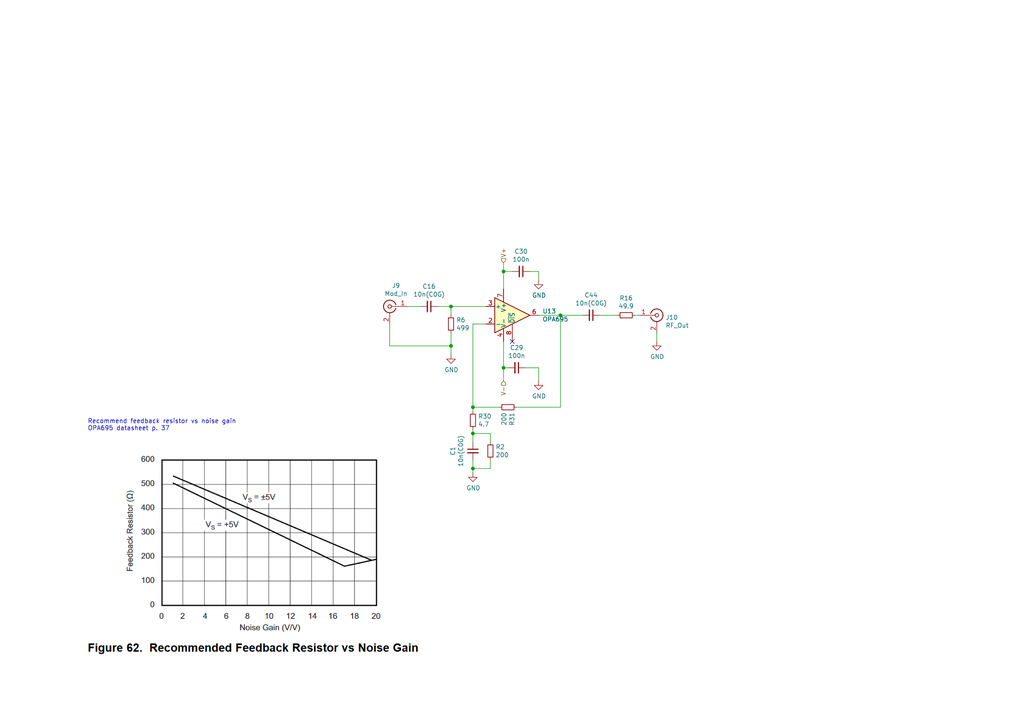
<source format=kicad_sch>
(kicad_sch (version 20230121) (generator eeschema)
  (paper "A4")
  (title_block (title "PDH Module") (date "2023-11-05") (rev "1.1.3") (company "Atoms-Photon-Quanta, Institut für Angewandte Physik, TU Darmstadt") (comment 1 "Tilman Preuschoff"))
  (lib_symbols
    (symbol "Amplifier_Operational:OPA890xD" (pin_names (offset 0.127))
      (property "Reference" "U" (at -1.27 6.35 0))
      (property "Value" "OPA890xD" (at -1.27 3.81 0))
      (symbol "OPA890xD_0_1"
        (polyline (pts (xy -5.08 5.08) (xy 5.08 0) (xy -5.08 -5.08) (xy -5.08 5.08)) (stroke (width 0.254)) (fill (type background)))
        (pin power_in line (at -2.54 -7.62 90) (length 3.81) (name "V-") (number "4"))
        (pin power_in line (at -2.54 7.62 270) (length 3.81) (name "V+") (number "7"))
      )
      (symbol "OPA890xD_1_1"
        (pin no_connect line (at -5.08 5.08 270) (length 2.54) hide (name "NC") (number "1"))
        (pin input line (at -7.62 -2.54 0) (length 2.54) (name "-") (number "2"))
        (pin input line (at -7.62 2.54 0) (length 2.54) (name "+") (number "3"))
        (pin no_connect line (at -5.08 -5.08 90) (length 3.81) hide (name "NC") (number "5"))
        (pin output line (at 7.62 0 180) (length 2.54) (name "~") (number "6"))
        (pin input line (at 0 -7.62 90) (length 5.08) (name "~{DIS}") (number "8"))
      )
    )
    (symbol "Connector:Conn_Coaxial" (pin_names (offset 1.016) hide)
      (property "Reference" "J" (at 0.254 3.048 0))
      (property "Value" "Conn_Coaxial" (at 2.921 0 90))
      (symbol "Conn_Coaxial_0_1"
        (arc (start -1.778 -0.508) (mid 0.222 -1.808) (end 1.778 0) (stroke (width 0.254)))
        (polyline (pts (xy -2.54 0) (xy -0.508 0)))
        (polyline (pts (xy 0 -2.54) (xy 0 -1.778)))
        (circle (center 0 0) (radius 0.508) (stroke (width 0.2032)))
        (arc (start 1.778 0) (mid 0.222 1.8083) (end -1.778 0.508) (stroke (width 0.254)))
      )
      (symbol "Conn_Coaxial_1_1"
        (pin passive line (at -5.08 0 0) (length 2.54) (name "In") (number "1"))
        (pin passive line (at 0 -5.08 90) (length 2.54) (name "Ext") (number "2"))
      )
    )
    (symbol "Device:C_Small" (pin_numbers hide) (pin_names (offset 0.254) hide)
      (property "Reference" "C" (at 0.254 1.778 0))
      (property "Value" "C_Small" (at 0.254 -2.032 0))
      (symbol "C_Small_0_1"
        (polyline (pts (xy -1.524 -0.508) (xy 1.524 -0.508)) (stroke (width 0.3302)))
        (polyline (pts (xy -1.524 0.508) (xy 1.524 0.508)) (stroke (width 0.3048)))
      )
      (symbol "C_Small_1_1"
        (pin passive line (at 0 2.54 270) (length 2.032) (name "~") (number "1"))
        (pin passive line (at 0 -2.54 90) (length 2.032) (name "~") (number "2"))
      )
    )
    (symbol "Device:R_Small" (pin_numbers hide) (pin_names (offset 0.254) hide)
      (property "Reference" "R" (at 0.762 0.508 0))
      (property "Value" "R_Small" (at 0.762 -1.016 0))
      (symbol "R_Small_0_1"
        (rectangle (start -0.762 1.778) (end 0.762 -1.778) (stroke (width 0.2032)))
      )
      (symbol "R_Small_1_1"
        (pin passive line (at 0 2.54 270) (length 0.762) (name "~") (number "1"))
        (pin passive line (at 0 -2.54 90) (length 0.762) (name "~") (number "2"))
      )
    )
    (symbol "power:GND" (power) (pin_names (offset 0))
      (property "Value" "GND" (at 0 -3.81 0))
      (symbol "GND_0_1"
        (polyline (pts (xy 0 0) (xy 0 -1.27) (xy 1.27 -1.27) (xy 0 -2.54) (xy -1.27 -1.27) (xy 0 -1.27)))
      )
      (symbol "GND_1_1"
        (pin power_in line (at 0 0 270) (length 0) hide (name "GND") (number "1"))
      )
    )
  )
  (junction (at 137.16 135.89))
  (junction (at 146.05 78.74))
  (junction (at 146.05 106.68))
  (junction (at 137.16 118.11))
  (junction (at 137.16 125.73))
  (junction (at 162.56 91.44))
  (junction (at 130.81 88.9))
  (junction (at 130.81 100.33))
  (no_connect (at 148.59 99.06))
  (wire (pts (xy 156.21 91.44) (xy 162.56 91.44)))
  (wire (pts (xy 146.05 106.68) (xy 146.05 110.49)))
  (wire (pts (xy 162.56 91.44) (xy 168.91 91.44)))
  (wire (pts (xy 137.16 124.46) (xy 137.16 125.73)))
  (wire (pts (xy 148.59 78.74) (xy 146.05 78.74)))
  (wire (pts (xy 113.03 100.33) (xy 130.81 100.33)))
  (wire (pts (xy 173.99 91.44) (xy 179.07 91.44)))
  (wire (pts (xy 127 88.9) (xy 130.81 88.9)))
  (wire (pts (xy 142.24 133.35) (xy 142.24 135.89)))
  (wire (pts (xy 113.03 93.98) (xy 113.03 100.33)))
  (wire (pts (xy 142.24 125.73) (xy 142.24 128.27)))
  (wire (pts (xy 130.81 88.9) (xy 130.81 91.44)))
  (wire (pts (xy 156.21 106.68) (xy 156.21 110.49)))
  (wire (pts (xy 152.4 106.68) (xy 156.21 106.68)))
  (wire (pts (xy 156.21 78.74) (xy 156.21 81.28)))
  (wire (pts (xy 146.05 99.06) (xy 146.05 106.68)))
  (wire (pts (xy 146.05 76.2) (xy 146.05 78.74)))
  (wire (pts (xy 147.32 106.68) (xy 146.05 106.68)))
  (wire (pts (xy 137.16 125.73) (xy 142.24 125.73)))
  (wire (pts (xy 162.56 118.11) (xy 162.56 91.44)))
  (wire (pts (xy 137.16 93.98) (xy 137.16 118.11)))
  (wire (pts (xy 153.67 78.74) (xy 156.21 78.74)))
  (wire (pts (xy 118.11 88.9) (xy 121.92 88.9)))
  (wire (pts (xy 137.16 133.35) (xy 137.16 135.89)))
  (wire (pts (xy 184.15 91.44) (xy 185.42 91.44)))
  (wire (pts (xy 146.05 78.74) (xy 146.05 83.82)))
  (wire (pts (xy 144.78 118.11) (xy 137.16 118.11)))
  (wire (pts (xy 190.5 96.52) (xy 190.5 99.06)))
  (wire (pts (xy 140.97 88.9) (xy 130.81 88.9)))
  (wire (pts (xy 130.81 96.52) (xy 130.81 100.33)))
  (wire (pts (xy 130.81 100.33) (xy 130.81 102.87)))
  (wire (pts (xy 140.97 93.98) (xy 137.16 93.98)))
  (wire (pts (xy 137.16 118.11) (xy 137.16 119.38)))
  (wire (pts (xy 149.86 118.11) (xy 162.56 118.11)))
  (wire (pts (xy 137.16 125.73) (xy 137.16 128.27)))
  (wire (pts (xy 137.16 135.89) (xy 137.16 137.16)))
  (wire (pts (xy 137.16 135.89) (xy 142.24 135.89)))
  (image (at 71.755 161.29) (scale 1.34703))
  (text "Recommend feedback resistor vs noise gain\nOPA695 datasheet p. 37" (at 25.4 125.095 0) (effects (font (size 1.27 1.27)) (justify left bottom)))
  (hierarchical_label "V-" (shape input) (at 146.05 110.49 270))
  (hierarchical_label "V+" (shape input) (at 146.05 76.2 90))
  (symbol (lib_id "Device:R_Small") (at 181.61 91.44 270) (unit 1)
    (property "Reference" "R16" (at 181.61 86.4616 90))
    (property "Value" "49.9" (at 181.61 88.773 90))
    (property "Footprint" "Resistor_SMD:R_1210_3225Metric" (effects hide))
    (property "MFN" "Yageo" (effects hide))
    (property "PN" "RC1210FR-0749R9L" (effects hide))
  )
  (symbol (lib_id "Connector:Conn_Coaxial") (at 190.5 91.44 0) (unit 1)
    (property "Reference" "J10" (at 193.04 92.075 0) (effects (justify left)))
    (property "Value" "RF_Out" (at 193.04 94.3864 0) (effects (justify left)))
    (property "Footprint" "Connector_Coaxial:SMA_Amphenol_132289_EdgeMount" (effects hide))
    (property "MFN" "Amphenol" (effects hide))
    (property "PN" "132289" (effects hide))
  )
  (symbol (lib_id "power:GND") (at 190.5 99.06 0) (unit 1)
    (property "Reference" "#PWR0113" (effects hide))
    (property "Value" "GND" (at 190.627 103.4542 0))
  )
  (symbol (lib_id "Connector:Conn_Coaxial") (at 113.03 88.9 0) (mirror y) (unit 1)
    (property "Reference" "J9" (at 114.8588 82.8548 0))
    (property "Value" "Mod_In" (at 114.8588 85.1662 0))
    (property "Footprint" "Connector_Coaxial:SMA_Amphenol_132203-12_Horizontal" (effects hide))
    (property "MFN" "Amphenol" (effects hide))
    (property "PN" "901-143-6RFX" (effects hide))
  )
  (symbol (lib_id "Device:R_Small") (at 130.81 93.98 0) (unit 1)
    (property "Reference" "R6" (at 132.3086 92.8116 0) (effects (justify left)))
    (property "Value" "499" (at 132.3086 95.123 0) (effects (justify left)))
    (property "Footprint" "Resistor_SMD:R_0603_1608Metric" (effects hide))
    (property "MFN" "Susumu" (effects hide))
    (property "PN" "RR0816P-4990-D-68A" (effects hide))
  )
  (symbol (lib_id "power:GND") (at 130.81 102.87 0) (unit 1)
    (property "Reference" "#PWR0119" (effects hide))
    (property "Value" "GND" (at 130.937 107.2642 0))
  )
  (symbol (lib_id "Device:C_Small") (at 124.46 88.9 270) (unit 1)
    (property "Reference" "C16" (at 124.46 83.0834 90))
    (property "Value" "10n(C0G)" (at 124.46 85.3948 90))
    (property "Footprint" "Capacitor_SMD:C_0603_1608Metric" (effects hide))
    (property "MFN" "Murata Electronics" (effects hide))
    (property "PN" "GRM1885C1H103JA01D" (effects hide))
  )
  (symbol (lib_id "Device:C_Small") (at 149.86 106.68 270) (unit 1)
    (property "Reference" "C29" (at 149.86 100.8634 90))
    (property "Value" "100n" (at 149.86 103.1748 90))
    (property "Footprint" "Capacitor_SMD:C_0603_1608Metric" (effects hide))
    (property "MFN" "Kemet" (effects hide))
    (property "PN" "C0603C104K5RECAUTO" (effects hide))
  )
  (symbol (lib_id "power:GND") (at 156.21 110.49 0) (unit 1)
    (property "Reference" "#PWR0128" (effects hide))
    (property "Value" "GND" (at 156.337 114.8842 0))
  )
  (symbol (lib_id "Device:C_Small") (at 151.13 78.74 270) (unit 1)
    (property "Reference" "C30" (at 151.13 72.9234 90))
    (property "Value" "100n" (at 151.13 75.2348 90))
    (property "Footprint" "Capacitor_SMD:C_0603_1608Metric" (effects hide))
    (property "MFN" "Kemet" (effects hide))
    (property "PN" "C0603C104K5RECAUTO" (effects hide))
  )
  (symbol (lib_id "power:GND") (at 156.21 81.28 0) (unit 1)
    (property "Reference" "#PWR0129" (effects hide))
    (property "Value" "GND" (at 156.337 85.6742 0))
  )
  (symbol (lib_id "Amplifier_Operational:OPA890xD") (at 148.59 91.44 0) (unit 1)
    (property "Reference" "U13" (at 157.3276 90.2716 0) (effects (justify left)))
    (property "Value" "OPA695" (at 157.3276 92.583 0) (effects (justify left)))
    (property "Footprint" "Package_SO:SOIC-8_3.9x4.9mm_P1.27mm" (effects hide))
    (property "MFN" "Texas Instruments" (effects hide))
    (property "PN" "OPA695ID" (effects hide))
  )
  (symbol (lib_id "Device:R_Small") (at 137.16 121.92 0) (unit 1)
    (property "Reference" "R30" (at 138.6586 120.7516 0) (effects (justify left)))
    (property "Value" "4.7" (at 138.6586 123.063 0) (effects (justify left)))
    (property "Footprint" "Resistor_SMD:R_0603_1608Metric" (effects hide))
    (property "MFN" "Yageo" (effects hide))
    (property "PN" "RT0603FRE074R7L" (effects hide))
  )
  (symbol (lib_id "Device:R_Small") (at 147.32 118.11 270) (unit 1)
    (property "Reference" "R31" (at 148.4884 119.6086 0) (effects (justify left)))
    (property "Value" "200" (at 146.177 119.6086 0) (effects (justify left)))
    (property "Footprint" "Resistor_SMD:R_0603_1608Metric" (effects hide))
    (property "MFN" "Yageo" (effects hide))
    (property "PN" "RC0603FR-07200RL" (effects hide))
  )
  (symbol (lib_id "power:GND") (at 137.16 137.16 0) (unit 1)
    (property "Reference" "#PWR0101" (effects hide))
    (property "Value" "GND" (at 137.287 141.5542 0))
  )
  (symbol (lib_id "Device:C_Small") (at 137.16 130.81 0) (unit 1)
    (property "Reference" "C1" (at 131.3434 130.81 90))
    (property "Value" "10n(C0G)" (at 133.6548 130.81 90))
    (property "Footprint" "Capacitor_SMD:C_0603_1608Metric" (effects hide))
    (property "MFN" "Murata Electronics" (effects hide))
    (property "PN" "GRM1885C1H103JA01D" (effects hide))
  )
  (symbol (lib_id "Device:R_Small") (at 142.24 130.81 0) (unit 1)
    (property "Reference" "R2" (at 143.7386 129.6416 0) (effects (justify left)))
    (property "Value" "200" (at 143.7386 131.953 0) (effects (justify left)))
    (property "Footprint" "Resistor_SMD:R_0603_1608Metric" (effects hide))
    (property "MFN" "Yageo" (effects hide))
    (property "PN" "RC0603FR-07200RL" (effects hide))
  )
  (symbol (lib_id "Device:C_Small") (at 171.45 91.44 270) (unit 1)
    (property "Reference" "C44" (at 171.45 85.6234 90))
    (property "Value" "10n(C0G)" (at 171.45 87.9348 90))
    (property "Footprint" "Capacitor_SMD:C_0603_1608Metric" (effects hide))
    (property "MFN" "Murata Electronics" (effects hide))
    (property "PN" "GRM1885C1H103JA01D" (effects hide))
  )
)
</source>
